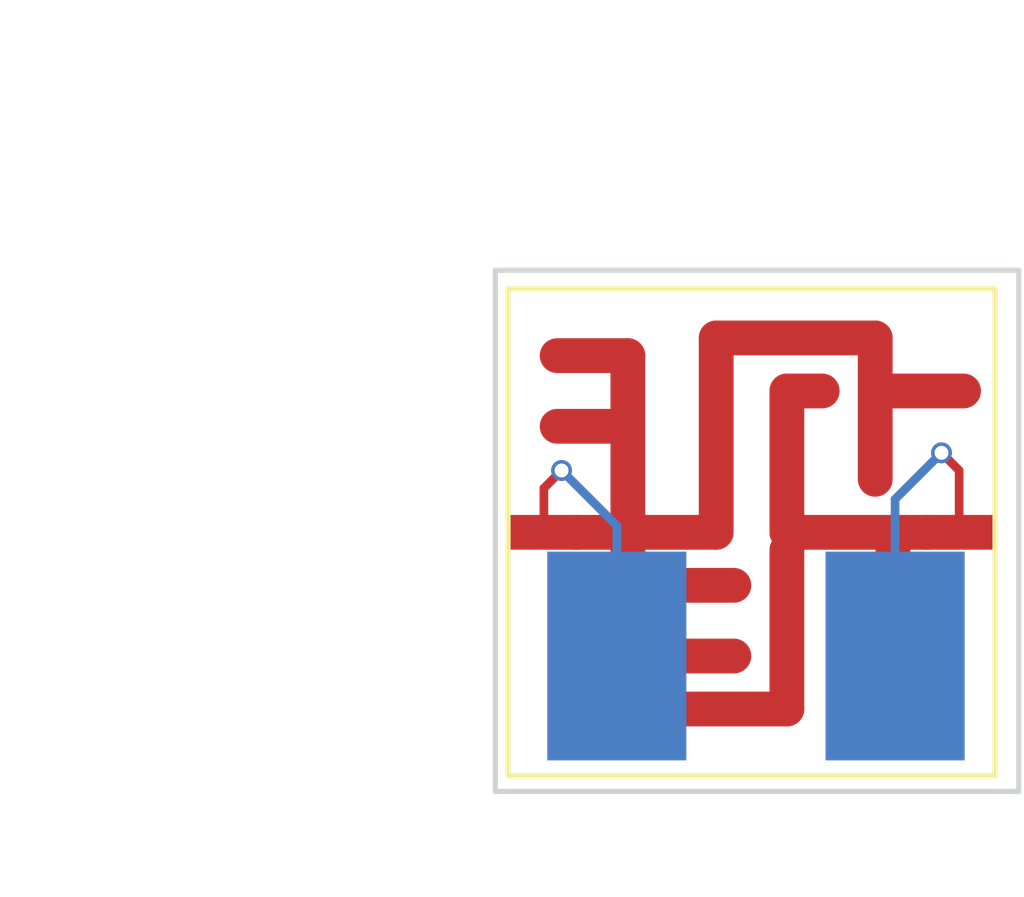
<source format=kicad_pcb>
(kicad_pcb (version 4) (host pcbnew 4.0.7)

  (general
    (links 2)
    (no_connects 0)
    (area 149.911999 89.924999 165.111501 105.075001)
    (thickness 1.6)
    (drawings 6)
    (tracks 10)
    (zones 0)
    (modules 2)
    (nets 3)
  )

  (page A4)
  (layers
    (0 F.Cu signal)
    (31 B.Cu signal)
    (32 B.Adhes user)
    (33 F.Adhes user)
    (34 B.Paste user)
    (35 F.Paste user)
    (36 B.SilkS user)
    (37 F.SilkS user)
    (38 B.Mask user)
    (39 F.Mask user)
    (40 Dwgs.User user)
    (41 Cmts.User user)
    (42 Eco1.User user)
    (43 Eco2.User user)
    (44 Edge.Cuts user)
    (45 Margin user)
    (46 B.CrtYd user)
    (47 F.CrtYd user)
    (48 B.Fab user)
    (49 F.Fab user)
  )

  (setup
    (last_trace_width 0.25)
    (trace_clearance 0.2)
    (zone_clearance 0.508)
    (zone_45_only yes)
    (trace_min 0.2)
    (segment_width 0.2)
    (edge_width 0.15)
    (via_size 0.6)
    (via_drill 0.4)
    (via_min_size 0.4)
    (via_min_drill 0.3)
    (uvia_size 0.3)
    (uvia_drill 0.1)
    (uvias_allowed no)
    (uvia_min_size 0.2)
    (uvia_min_drill 0.1)
    (pcb_text_width 0.3)
    (pcb_text_size 1.5 1.5)
    (mod_edge_width 0.15)
    (mod_text_size 1 1)
    (mod_text_width 0.15)
    (pad_size 4 2)
    (pad_drill 0)
    (pad_to_mask_clearance 0.2)
    (aux_axis_origin 188.468 96.3295)
    (visible_elements 7FFFFFFF)
    (pcbplotparams
      (layerselection 0x00030_80000001)
      (usegerberextensions false)
      (excludeedgelayer true)
      (linewidth 0.100000)
      (plotframeref false)
      (viasonmask false)
      (mode 1)
      (useauxorigin false)
      (hpglpennumber 1)
      (hpglpenspeed 20)
      (hpglpendiameter 15)
      (hpglpenoverlay 2)
      (psnegative false)
      (psa4output false)
      (plotreference true)
      (plotvalue true)
      (plotinvisibletext false)
      (padsonsilk false)
      (subtractmaskfromsilk false)
      (outputformat 1)
      (mirror false)
      (drillshape 1)
      (scaleselection 1)
      (outputdirectory ""))
  )

  (net 0 "")
  (net 1 "Net-(J1-Pad1)")
  (net 2 GND)

  (net_class Default "This is the default net class."
    (clearance 0.2)
    (trace_width 0.25)
    (via_dia 0.6)
    (via_drill 0.4)
    (uvia_dia 0.3)
    (uvia_drill 0.1)
    (add_net GND)
    (add_net "Net-(J1-Pad1)")
  )

  (module touch_zig (layer F.Cu) (tedit 5B041779) (tstamp 5B040897)
    (at 157.353 97.536)
    (path /5AF988CE)
    (fp_text reference JP1 (at 0 9.652) (layer F.Fab)
      (effects (font (size 1 1) (thickness 0.15)))
    )
    (fp_text value touch (at 0 8.128) (layer F.Fab)
      (effects (font (size 1 1) (thickness 0.15)))
    )
    (fp_line (start 5.08 0) (end 1.016 0) (layer F.Cu) (width 1))
    (fp_line (start -5.08 0) (end -1.016 0) (layer F.Cu) (width 1))
    (fp_line (start 3.556 -5.588) (end 3.556 -1.524) (layer F.Cu) (width 1))
    (fp_line (start -1.016 -5.588) (end 3.556 -5.588) (layer F.Cu) (width 1))
    (fp_line (start -1.016 0) (end -1.016 -5.588) (layer F.Cu) (width 1))
    (fp_line (start 1.016 -4.064) (end 2.032 -4.064) (layer F.Cu) (width 1))
    (fp_line (start 1.016 0) (end 1.016 -4.064) (layer F.Cu) (width 1))
    (fp_line (start -5.08 5.08) (end -5.08 1.524) (layer F.Cu) (width 1))
    (fp_line (start 1.016 5.08) (end -5.08 5.08) (layer F.Cu) (width 1))
    (fp_line (start 1.016 0.508) (end 1.016 5.08) (layer F.Cu) (width 1))
    (fp_line (start -3.556 3.556) (end -0.508 3.556) (layer F.Cu) (width 1))
    (fp_line (start -3.556 0.508) (end -3.556 3.556) (layer F.Cu) (width 1))
    (fp_line (start -3.556 -5.08) (end -5.588 -5.08) (layer F.Cu) (width 1))
    (fp_line (start -3.556 -0.508) (end -3.556 -5.08) (layer F.Cu) (width 1))
    (fp_line (start 4.064 0) (end 4.064 5.08) (layer F.Cu) (width 1))
    (fp_line (start 4.064 -4.064) (end 6.096 -4.064) (layer F.Cu) (width 1))
    (fp_line (start -4.064 -3.048) (end -5.588 -3.048) (layer F.Cu) (width 1))
    (fp_line (start -3.048 1.524) (end -0.508 1.524) (layer F.Cu) (width 1))
    (fp_line (start -3.048 1.524) (end -0.508 1.524) (layer F.Mask) (width 1))
    (fp_line (start -4.064 -3.048) (end -5.588 -3.048) (layer F.Mask) (width 1))
    (fp_line (start 4.064 -4.064) (end 6.096 -4.064) (layer F.Mask) (width 1))
    (fp_line (start 4.064 0) (end 4.064 5.08) (layer F.Mask) (width 1))
    (fp_line (start -3.556 -0.508) (end -3.556 -5.08) (layer F.Mask) (width 1))
    (fp_line (start -3.556 -5.08) (end -5.588 -5.08) (layer F.Mask) (width 1))
    (fp_line (start -3.556 0.508) (end -3.556 3.556) (layer F.Mask) (width 1))
    (fp_line (start -3.556 3.556) (end -0.508 3.556) (layer F.Mask) (width 1))
    (fp_line (start 1.016 0.508) (end 1.016 5.08) (layer F.Mask) (width 1))
    (fp_line (start 1.016 5.08) (end -5.08 5.08) (layer F.Mask) (width 1))
    (fp_line (start -5.08 5.08) (end -5.08 1.524) (layer F.Mask) (width 1))
    (fp_line (start 1.016 0) (end 1.016 -4.064) (layer F.Mask) (width 1))
    (fp_line (start 1.016 -4.064) (end 2.032 -4.064) (layer F.Mask) (width 1))
    (fp_line (start -1.016 0) (end -1.016 -5.588) (layer F.Mask) (width 1))
    (fp_line (start -1.016 -5.588) (end 3.556 -5.588) (layer F.Mask) (width 1))
    (fp_line (start 3.556 -5.588) (end 3.556 -1.524) (layer F.Mask) (width 1))
    (fp_line (start -5.08 0) (end -1.016 0) (layer F.Mask) (width 1))
    (fp_line (start 5.08 0) (end 1.016 0) (layer F.Mask) (width 1))
    (fp_line (start -7 7) (end 7 7) (layer F.SilkS) (width 0.15))
    (fp_line (start 7 7) (end 7 -7) (layer F.SilkS) (width 0.15))
    (fp_line (start -7 -7) (end 7 -7) (layer F.SilkS) (width 0.15))
    (fp_line (start -7 7) (end -7 -7) (layer F.SilkS) (width 0.15))
    (pad 2 smd rect (at 5.969 0) (size 2 1) (layers F.Cu F.Paste F.Mask)
      (net 1 "Net-(J1-Pad1)"))
    (pad 1 smd rect (at -5.969 0) (size 2 1) (layers F.Cu F.Paste F.Mask)
      (net 2 GND))
  )

  (module touch_conn (layer B.Cu) (tedit 5B040FD4) (tstamp 5B04087E)
    (at 157.48 101.092 90)
    (path /5B018E1F)
    (fp_text reference J1 (at 0 -7.112 90) (layer B.Fab)
      (effects (font (size 1 1) (thickness 0.15)) (justify mirror))
    )
    (fp_text value CONN_01X02 (at 0 -8.89 90) (layer B.Fab)
      (effects (font (size 1 1) (thickness 0.15)) (justify mirror))
    )
    (pad 2 smd rect (at 0 -4 90) (size 6 4) (layers B.Cu B.Paste B.Mask)
      (net 2 GND))
    (pad 1 smd rect (at 0 4 90) (size 6 4) (layers B.Cu B.Paste B.Mask)
      (net 1 "Net-(J1-Pad1)"))
  )

  (dimension 14.986 (width 0.3) (layer Eco1.User)
    (gr_text "15 mm" (at 142.033001 97.4725 270) (layer Eco1.User)
      (effects (font (size 1.5 1.5) (thickness 0.3)))
    )
    (feature1 (pts (xy 149.987 104.9655) (xy 140.683001 104.9655)))
    (feature2 (pts (xy 149.987 89.9795) (xy 140.683001 89.9795)))
    (crossbar (pts (xy 143.383001 89.9795) (xy 143.383001 104.9655)))
    (arrow1a (pts (xy 143.383001 104.9655) (xy 142.79658 103.838996)))
    (arrow1b (pts (xy 143.383001 104.9655) (xy 143.969422 103.838996)))
    (arrow2a (pts (xy 143.383001 89.9795) (xy 142.79658 91.106004)))
    (arrow2b (pts (xy 143.383001 89.9795) (xy 143.969422 91.106004)))
  )
  (dimension 15.049634 (width 0.3) (layer Eco1.User)
    (gr_text "15 mm" (at 157.536749 84.086397 359.7582471) (layer Eco1.User)
      (effects (font (size 1.5 1.5) (thickness 0.3)))
    )
    (feature1 (pts (xy 165.0365 90.043) (xy 165.067195 82.768159)))
    (feature2 (pts (xy 149.987 89.9795) (xy 150.017695 82.704659)))
    (crossbar (pts (xy 150.006303 85.404635) (xy 165.055803 85.468135)))
    (arrow1a (pts (xy 165.055803 85.468135) (xy 163.926835 86.049797)))
    (arrow1b (pts (xy 165.055803 85.468135) (xy 163.931784 84.876966)))
    (arrow2a (pts (xy 150.006303 85.404635) (xy 151.130322 85.995804)))
    (arrow2b (pts (xy 150.006303 85.404635) (xy 151.135271 84.822973)))
  )
  (gr_line (start 150 104.986) (end 165 104.986) (angle 90) (layer Edge.Cuts) (width 0.15) (tstamp 5B02E455))
  (gr_line (start 165.0365 90) (end 165.0365 105) (angle 90) (layer Edge.Cuts) (width 0.15) (tstamp 5B02E449))
  (gr_line (start 149.987 90) (end 149.987 105) (angle 90) (layer Edge.Cuts) (width 0.15))
  (gr_line (start 150 90) (end 165 90) (angle 90) (layer Edge.Cuts) (width 0.15))

  (segment (start 161.48 101.092) (end 161.48 96.584) (width 0.25) (layer B.Cu) (net 1))
  (segment (start 163.322 95.758) (end 163.322 97.536) (width 0.25) (layer F.Cu) (net 1) (tstamp 5B0412B7))
  (segment (start 162.814 95.25) (end 163.322 95.758) (width 0.25) (layer F.Cu) (net 1) (tstamp 5B0412B6))
  (via (at 162.814 95.25) (size 0.6) (drill 0.4) (layers F.Cu B.Cu) (net 1))
  (segment (start 161.48 96.584) (end 162.814 95.25) (width 0.25) (layer B.Cu) (net 1) (tstamp 5B0412B3))
  (segment (start 153.48 101.092) (end 153.48 97.346) (width 0.25) (layer B.Cu) (net 2))
  (segment (start 151.384 96.266) (end 151.384 97.536) (width 0.25) (layer F.Cu) (net 2) (tstamp 5B0412B1))
  (segment (start 151.892 95.758) (end 151.384 96.266) (width 0.25) (layer F.Cu) (net 2) (tstamp 5B0412B0))
  (via (at 151.892 95.758) (size 0.6) (drill 0.4) (layers F.Cu B.Cu) (net 2))
  (segment (start 153.48 97.346) (end 151.892 95.758) (width 0.25) (layer B.Cu) (net 2) (tstamp 5B0412AD))

)

</source>
